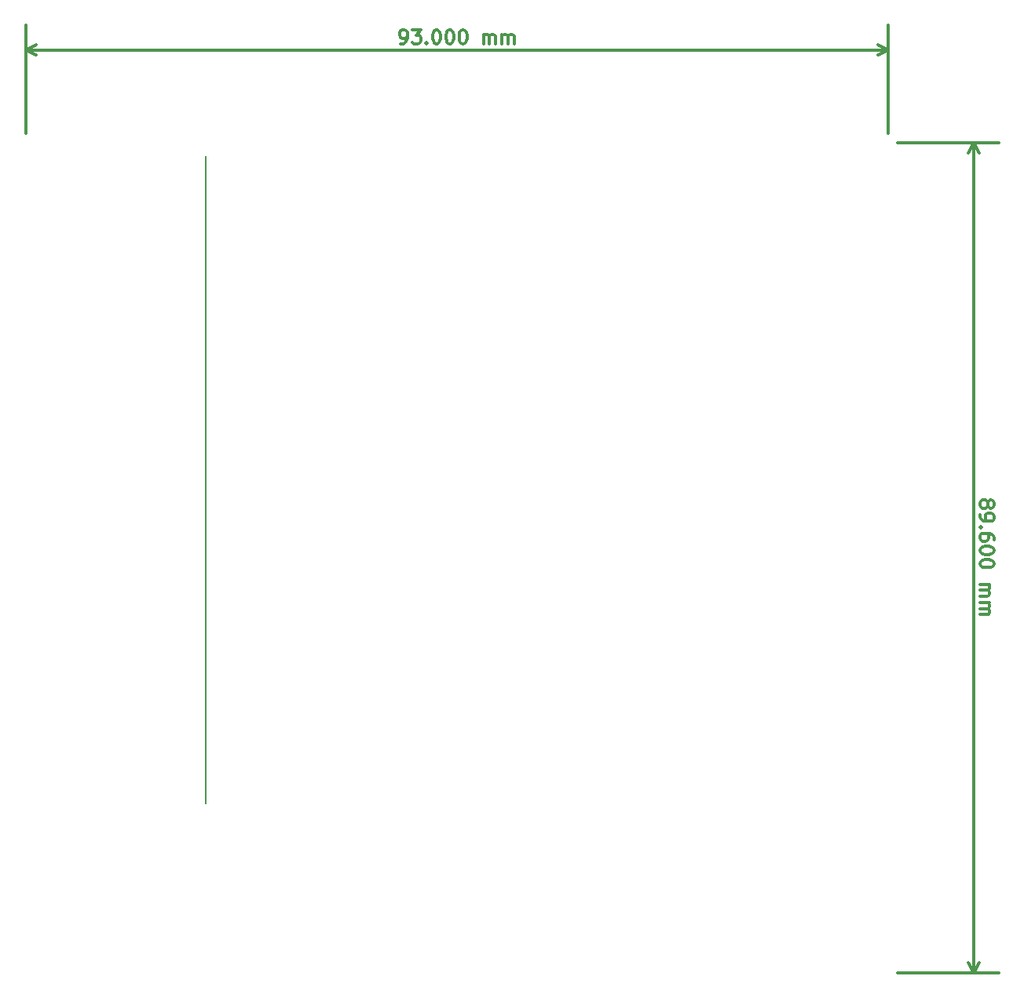
<source format=gbr>
G04 #@! TF.GenerationSoftware,KiCad,Pcbnew,5.0.1-33cea8e~67~ubuntu16.04.1*
G04 #@! TF.CreationDate,2018-10-24T20:39:20+02:00*
G04 #@! TF.ProjectId,motor_switch_3pole_5x,6D6F746F725F7377697463685F33706F,A*
G04 #@! TF.SameCoordinates,Original*
G04 #@! TF.FileFunction,Drawing*
%FSLAX46Y46*%
G04 Gerber Fmt 4.6, Leading zero omitted, Abs format (unit mm)*
G04 Created by KiCad (PCBNEW 5.0.1-33cea8e~67~ubuntu16.04.1) date Mi 24 Okt 2018 20:39:20 CEST*
%MOMM*%
%LPD*%
G01*
G04 APERTURE LIST*
%ADD10C,0.200000*%
%ADD11C,0.300000*%
G04 APERTURE END LIST*
D10*
X119380000Y-51435000D02*
X119380000Y-121285000D01*
D11*
X203728571Y-88871428D02*
X203800000Y-88728571D01*
X203871428Y-88657142D01*
X204014285Y-88585714D01*
X204085714Y-88585714D01*
X204228571Y-88657142D01*
X204300000Y-88728571D01*
X204371428Y-88871428D01*
X204371428Y-89157142D01*
X204300000Y-89300000D01*
X204228571Y-89371428D01*
X204085714Y-89442857D01*
X204014285Y-89442857D01*
X203871428Y-89371428D01*
X203800000Y-89300000D01*
X203728571Y-89157142D01*
X203728571Y-88871428D01*
X203657142Y-88728571D01*
X203585714Y-88657142D01*
X203442857Y-88585714D01*
X203157142Y-88585714D01*
X203014285Y-88657142D01*
X202942857Y-88728571D01*
X202871428Y-88871428D01*
X202871428Y-89157142D01*
X202942857Y-89300000D01*
X203014285Y-89371428D01*
X203157142Y-89442857D01*
X203442857Y-89442857D01*
X203585714Y-89371428D01*
X203657142Y-89300000D01*
X203728571Y-89157142D01*
X202871428Y-90157142D02*
X202871428Y-90442857D01*
X202942857Y-90585714D01*
X203014285Y-90657142D01*
X203228571Y-90800000D01*
X203514285Y-90871428D01*
X204085714Y-90871428D01*
X204228571Y-90800000D01*
X204300000Y-90728571D01*
X204371428Y-90585714D01*
X204371428Y-90300000D01*
X204300000Y-90157142D01*
X204228571Y-90085714D01*
X204085714Y-90014285D01*
X203728571Y-90014285D01*
X203585714Y-90085714D01*
X203514285Y-90157142D01*
X203442857Y-90300000D01*
X203442857Y-90585714D01*
X203514285Y-90728571D01*
X203585714Y-90800000D01*
X203728571Y-90871428D01*
X203014285Y-91514285D02*
X202942857Y-91585714D01*
X202871428Y-91514285D01*
X202942857Y-91442857D01*
X203014285Y-91514285D01*
X202871428Y-91514285D01*
X204371428Y-92871428D02*
X204371428Y-92585714D01*
X204300000Y-92442857D01*
X204228571Y-92371428D01*
X204014285Y-92228571D01*
X203728571Y-92157142D01*
X203157142Y-92157142D01*
X203014285Y-92228571D01*
X202942857Y-92300000D01*
X202871428Y-92442857D01*
X202871428Y-92728571D01*
X202942857Y-92871428D01*
X203014285Y-92942857D01*
X203157142Y-93014285D01*
X203514285Y-93014285D01*
X203657142Y-92942857D01*
X203728571Y-92871428D01*
X203800000Y-92728571D01*
X203800000Y-92442857D01*
X203728571Y-92300000D01*
X203657142Y-92228571D01*
X203514285Y-92157142D01*
X204371428Y-93942857D02*
X204371428Y-94085714D01*
X204300000Y-94228571D01*
X204228571Y-94300000D01*
X204085714Y-94371428D01*
X203800000Y-94442857D01*
X203442857Y-94442857D01*
X203157142Y-94371428D01*
X203014285Y-94300000D01*
X202942857Y-94228571D01*
X202871428Y-94085714D01*
X202871428Y-93942857D01*
X202942857Y-93800000D01*
X203014285Y-93728571D01*
X203157142Y-93657142D01*
X203442857Y-93585714D01*
X203800000Y-93585714D01*
X204085714Y-93657142D01*
X204228571Y-93728571D01*
X204300000Y-93800000D01*
X204371428Y-93942857D01*
X204371428Y-95371428D02*
X204371428Y-95514285D01*
X204300000Y-95657142D01*
X204228571Y-95728571D01*
X204085714Y-95800000D01*
X203800000Y-95871428D01*
X203442857Y-95871428D01*
X203157142Y-95800000D01*
X203014285Y-95728571D01*
X202942857Y-95657142D01*
X202871428Y-95514285D01*
X202871428Y-95371428D01*
X202942857Y-95228571D01*
X203014285Y-95157142D01*
X203157142Y-95085714D01*
X203442857Y-95014285D01*
X203800000Y-95014285D01*
X204085714Y-95085714D01*
X204228571Y-95157142D01*
X204300000Y-95228571D01*
X204371428Y-95371428D01*
X202871428Y-97657142D02*
X203871428Y-97657142D01*
X203728571Y-97657142D02*
X203800000Y-97728571D01*
X203871428Y-97871428D01*
X203871428Y-98085714D01*
X203800000Y-98228571D01*
X203657142Y-98300000D01*
X202871428Y-98300000D01*
X203657142Y-98300000D02*
X203800000Y-98371428D01*
X203871428Y-98514285D01*
X203871428Y-98728571D01*
X203800000Y-98871428D01*
X203657142Y-98942857D01*
X202871428Y-98942857D01*
X202871428Y-99657142D02*
X203871428Y-99657142D01*
X203728571Y-99657142D02*
X203800000Y-99728571D01*
X203871428Y-99871428D01*
X203871428Y-100085714D01*
X203800000Y-100228571D01*
X203657142Y-100300000D01*
X202871428Y-100300000D01*
X203657142Y-100300000D02*
X203800000Y-100371428D01*
X203871428Y-100514285D01*
X203871428Y-100728571D01*
X203800000Y-100871428D01*
X203657142Y-100942857D01*
X202871428Y-100942857D01*
X202200000Y-50000000D02*
X202200000Y-139600000D01*
X194000000Y-50000000D02*
X204900000Y-50000000D01*
X194000000Y-139600000D02*
X204900000Y-139600000D01*
X202200000Y-139600000D02*
X201613579Y-138473496D01*
X202200000Y-139600000D02*
X202786421Y-138473496D01*
X202200000Y-50000000D02*
X201613579Y-51126504D01*
X202200000Y-50000000D02*
X202786421Y-51126504D01*
X140428571Y-39328571D02*
X140714285Y-39328571D01*
X140857142Y-39257142D01*
X140928571Y-39185714D01*
X141071428Y-38971428D01*
X141142857Y-38685714D01*
X141142857Y-38114285D01*
X141071428Y-37971428D01*
X141000000Y-37900000D01*
X140857142Y-37828571D01*
X140571428Y-37828571D01*
X140428571Y-37900000D01*
X140357142Y-37971428D01*
X140285714Y-38114285D01*
X140285714Y-38471428D01*
X140357142Y-38614285D01*
X140428571Y-38685714D01*
X140571428Y-38757142D01*
X140857142Y-38757142D01*
X141000000Y-38685714D01*
X141071428Y-38614285D01*
X141142857Y-38471428D01*
X141642857Y-37828571D02*
X142571428Y-37828571D01*
X142071428Y-38400000D01*
X142285714Y-38400000D01*
X142428571Y-38471428D01*
X142500000Y-38542857D01*
X142571428Y-38685714D01*
X142571428Y-39042857D01*
X142500000Y-39185714D01*
X142428571Y-39257142D01*
X142285714Y-39328571D01*
X141857142Y-39328571D01*
X141714285Y-39257142D01*
X141642857Y-39185714D01*
X143214285Y-39185714D02*
X143285714Y-39257142D01*
X143214285Y-39328571D01*
X143142857Y-39257142D01*
X143214285Y-39185714D01*
X143214285Y-39328571D01*
X144214285Y-37828571D02*
X144357142Y-37828571D01*
X144500000Y-37900000D01*
X144571428Y-37971428D01*
X144642857Y-38114285D01*
X144714285Y-38400000D01*
X144714285Y-38757142D01*
X144642857Y-39042857D01*
X144571428Y-39185714D01*
X144500000Y-39257142D01*
X144357142Y-39328571D01*
X144214285Y-39328571D01*
X144071428Y-39257142D01*
X144000000Y-39185714D01*
X143928571Y-39042857D01*
X143857142Y-38757142D01*
X143857142Y-38400000D01*
X143928571Y-38114285D01*
X144000000Y-37971428D01*
X144071428Y-37900000D01*
X144214285Y-37828571D01*
X145642857Y-37828571D02*
X145785714Y-37828571D01*
X145928571Y-37900000D01*
X146000000Y-37971428D01*
X146071428Y-38114285D01*
X146142857Y-38400000D01*
X146142857Y-38757142D01*
X146071428Y-39042857D01*
X146000000Y-39185714D01*
X145928571Y-39257142D01*
X145785714Y-39328571D01*
X145642857Y-39328571D01*
X145500000Y-39257142D01*
X145428571Y-39185714D01*
X145357142Y-39042857D01*
X145285714Y-38757142D01*
X145285714Y-38400000D01*
X145357142Y-38114285D01*
X145428571Y-37971428D01*
X145500000Y-37900000D01*
X145642857Y-37828571D01*
X147071428Y-37828571D02*
X147214285Y-37828571D01*
X147357142Y-37900000D01*
X147428571Y-37971428D01*
X147500000Y-38114285D01*
X147571428Y-38400000D01*
X147571428Y-38757142D01*
X147500000Y-39042857D01*
X147428571Y-39185714D01*
X147357142Y-39257142D01*
X147214285Y-39328571D01*
X147071428Y-39328571D01*
X146928571Y-39257142D01*
X146857142Y-39185714D01*
X146785714Y-39042857D01*
X146714285Y-38757142D01*
X146714285Y-38400000D01*
X146785714Y-38114285D01*
X146857142Y-37971428D01*
X146928571Y-37900000D01*
X147071428Y-37828571D01*
X149357142Y-39328571D02*
X149357142Y-38328571D01*
X149357142Y-38471428D02*
X149428571Y-38400000D01*
X149571428Y-38328571D01*
X149785714Y-38328571D01*
X149928571Y-38400000D01*
X150000000Y-38542857D01*
X150000000Y-39328571D01*
X150000000Y-38542857D02*
X150071428Y-38400000D01*
X150214285Y-38328571D01*
X150428571Y-38328571D01*
X150571428Y-38400000D01*
X150642857Y-38542857D01*
X150642857Y-39328571D01*
X151357142Y-39328571D02*
X151357142Y-38328571D01*
X151357142Y-38471428D02*
X151428571Y-38400000D01*
X151571428Y-38328571D01*
X151785714Y-38328571D01*
X151928571Y-38400000D01*
X152000000Y-38542857D01*
X152000000Y-39328571D01*
X152000000Y-38542857D02*
X152071428Y-38400000D01*
X152214285Y-38328571D01*
X152428571Y-38328571D01*
X152571428Y-38400000D01*
X152642857Y-38542857D01*
X152642857Y-39328571D01*
X100000000Y-40000000D02*
X193000000Y-40000000D01*
X100000000Y-49000000D02*
X100000000Y-37300000D01*
X193000000Y-49000000D02*
X193000000Y-37300000D01*
X193000000Y-40000000D02*
X191873496Y-40586421D01*
X193000000Y-40000000D02*
X191873496Y-39413579D01*
X100000000Y-40000000D02*
X101126504Y-40586421D01*
X100000000Y-40000000D02*
X101126504Y-39413579D01*
M02*

</source>
